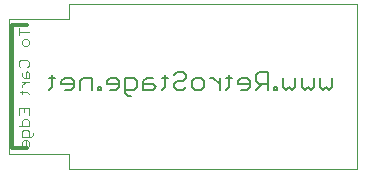
<source format=gbo>
G75*
%MOIN*%
%OFA0B0*%
%FSLAX24Y24*%
%IPPOS*%
%LPD*%
%AMOC8*
5,1,8,0,0,1.08239X$1,22.5*
%
%ADD10C,0.0000*%
%ADD11C,0.0138*%
%ADD12C,0.0030*%
%ADD13C,0.0050*%
D10*
X001026Y001006D02*
X003026Y001006D01*
X003026Y000506D01*
X012626Y000506D01*
X012626Y006006D01*
X003026Y006006D01*
X003026Y005506D01*
X001026Y005506D01*
X001026Y001006D01*
D11*
X001126Y001206D02*
X001626Y001206D01*
X001126Y001206D02*
X001126Y005306D01*
X001626Y005306D01*
D12*
X001354Y005191D02*
X001354Y004953D01*
X001354Y005072D02*
X001711Y005072D01*
X001651Y004836D02*
X001533Y004836D01*
X001473Y004776D01*
X001473Y004658D01*
X001533Y004598D01*
X001651Y004598D01*
X001711Y004658D01*
X001711Y004776D01*
X001651Y004836D01*
X001651Y004125D02*
X001414Y004125D01*
X001354Y004066D01*
X001354Y003947D01*
X001414Y003888D01*
X001651Y003888D02*
X001711Y003947D01*
X001711Y004066D01*
X001651Y004125D01*
X001651Y003770D02*
X001592Y003710D01*
X001592Y003532D01*
X001533Y003532D02*
X001473Y003592D01*
X001473Y003710D01*
X001651Y003770D02*
X001711Y003710D01*
X001711Y003532D01*
X001533Y003532D01*
X001592Y003415D02*
X001473Y003296D01*
X001473Y003236D01*
X001473Y003118D02*
X001473Y003000D01*
X001414Y003059D02*
X001651Y003059D01*
X001711Y003000D01*
X001711Y003415D02*
X001473Y003415D01*
X001533Y002526D02*
X001533Y002408D01*
X001354Y002289D02*
X001354Y002526D01*
X001711Y002526D01*
X001711Y002289D01*
X001651Y002171D02*
X001533Y002171D01*
X001473Y002112D01*
X001473Y001934D01*
X001354Y001934D02*
X001711Y001934D01*
X001711Y002112D01*
X001651Y002171D01*
X001651Y001816D02*
X001533Y001816D01*
X001473Y001756D01*
X001473Y001578D01*
X001770Y001578D01*
X001829Y001638D01*
X001829Y001697D01*
X001711Y001756D02*
X001711Y001578D01*
X001651Y001461D02*
X001533Y001461D01*
X001473Y001401D01*
X001473Y001283D01*
X001533Y001223D01*
X001592Y001223D01*
X001592Y001461D01*
X001651Y001461D02*
X001711Y001401D01*
X001711Y001283D01*
X001711Y001756D02*
X001651Y001816D01*
D13*
X002380Y003131D02*
X002482Y003233D01*
X002482Y003640D01*
X002584Y003538D02*
X002380Y003538D01*
X002784Y003436D02*
X002784Y003334D01*
X003191Y003334D01*
X003191Y003233D02*
X003191Y003436D01*
X003089Y003538D01*
X002886Y003538D01*
X002784Y003436D01*
X003089Y003131D02*
X003191Y003233D01*
X003089Y003131D02*
X002886Y003131D01*
X003392Y003131D02*
X003392Y003436D01*
X003494Y003538D01*
X003799Y003538D01*
X003799Y003131D01*
X004001Y003131D02*
X004001Y003233D01*
X004103Y003233D01*
X004103Y003131D01*
X004001Y003131D01*
X004304Y003334D02*
X004711Y003334D01*
X004711Y003233D02*
X004711Y003436D01*
X004609Y003538D01*
X004405Y003538D01*
X004304Y003436D01*
X004304Y003334D01*
X004405Y003131D02*
X004609Y003131D01*
X004711Y003233D01*
X004911Y003131D02*
X005217Y003131D01*
X005318Y003233D01*
X005318Y003436D01*
X005217Y003538D01*
X004911Y003538D01*
X004911Y003029D01*
X005013Y002927D01*
X005115Y002927D01*
X005519Y003131D02*
X005824Y003131D01*
X005926Y003233D01*
X005824Y003334D01*
X005519Y003334D01*
X005519Y003436D02*
X005519Y003131D01*
X005519Y003436D02*
X005621Y003538D01*
X005824Y003538D01*
X006128Y003538D02*
X006331Y003538D01*
X006229Y003640D02*
X006229Y003233D01*
X006128Y003131D01*
X006532Y003233D02*
X006634Y003131D01*
X006837Y003131D01*
X006939Y003233D01*
X007140Y003233D02*
X007140Y003436D01*
X007241Y003538D01*
X007445Y003538D01*
X007547Y003436D01*
X007547Y003233D01*
X007445Y003131D01*
X007241Y003131D01*
X007140Y003233D01*
X006837Y003436D02*
X006634Y003436D01*
X006532Y003334D01*
X006532Y003233D01*
X006837Y003436D02*
X006939Y003538D01*
X006939Y003640D01*
X006837Y003741D01*
X006634Y003741D01*
X006532Y003640D01*
X007748Y003538D02*
X007849Y003538D01*
X008053Y003334D01*
X008053Y003131D02*
X008053Y003538D01*
X008255Y003538D02*
X008458Y003538D01*
X008356Y003640D02*
X008356Y003233D01*
X008255Y003131D01*
X008659Y003334D02*
X009066Y003334D01*
X009066Y003233D02*
X009066Y003436D01*
X008964Y003538D01*
X008761Y003538D01*
X008659Y003436D01*
X008659Y003334D01*
X008761Y003131D02*
X008964Y003131D01*
X009066Y003233D01*
X009267Y003131D02*
X009470Y003334D01*
X009368Y003334D02*
X009267Y003436D01*
X009267Y003640D01*
X009368Y003741D01*
X009674Y003741D01*
X009674Y003131D01*
X009876Y003131D02*
X009876Y003233D01*
X009977Y003233D01*
X009977Y003131D01*
X009876Y003131D01*
X010178Y003233D02*
X010178Y003538D01*
X009674Y003334D02*
X009368Y003334D01*
X010178Y003233D02*
X010280Y003131D01*
X010382Y003233D01*
X010483Y003131D01*
X010585Y003233D01*
X010585Y003538D01*
X010786Y003538D02*
X010786Y003233D01*
X010888Y003131D01*
X010989Y003233D01*
X011091Y003131D01*
X011193Y003233D01*
X011193Y003538D01*
X011394Y003538D02*
X011394Y003233D01*
X011495Y003131D01*
X011597Y003233D01*
X011699Y003131D01*
X011801Y003233D01*
X011801Y003538D01*
M02*

</source>
